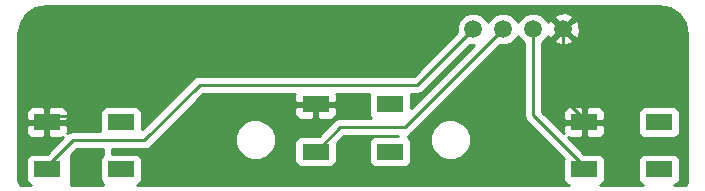
<source format=gtl>
G04 (created by PCBNEW (2013-jul-07)-stable) date Wed 26 Aug 2015 08:58:33 PM EDT*
%MOIN*%
G04 Gerber Fmt 3.4, Leading zero omitted, Abs format*
%FSLAX34Y34*%
G01*
G70*
G90*
G04 APERTURE LIST*
%ADD10C,0.00590551*%
%ADD11C,0.0590551*%
%ADD12R,0.0906X0.0551*%
%ADD13C,0.035*%
%ADD14C,0.01*%
G04 APERTURE END LIST*
G54D10*
G54D11*
X107165Y-47090D03*
X109165Y-47090D03*
X108165Y-47090D03*
X110165Y-47090D03*
G54D12*
X92952Y-50196D03*
X95432Y-51771D03*
X95432Y-50197D03*
X92952Y-51771D03*
X101909Y-49605D03*
X104389Y-51180D03*
X104389Y-49606D03*
X101909Y-51180D03*
X110866Y-50196D03*
X113346Y-51771D03*
X113346Y-50197D03*
X110866Y-51771D03*
G54D13*
X96700Y-49400D03*
X100000Y-49600D03*
G54D14*
X107165Y-47090D02*
X107159Y-47090D01*
X93825Y-50800D02*
X93051Y-51574D01*
X96200Y-50800D02*
X93825Y-50800D01*
X98050Y-48950D02*
X96200Y-50800D01*
X105300Y-48950D02*
X98050Y-48950D01*
X107159Y-47090D02*
X105300Y-48950D01*
X93051Y-49999D02*
X94050Y-49999D01*
X94650Y-49400D02*
X96700Y-49400D01*
X94050Y-49999D02*
X94650Y-49400D01*
X101909Y-49605D02*
X100005Y-49605D01*
X100005Y-49605D02*
X100000Y-49600D01*
X110165Y-47090D02*
X110165Y-49396D01*
X110165Y-49396D02*
X110767Y-49999D01*
X110165Y-47090D02*
X110165Y-47452D01*
X108165Y-47090D02*
X108159Y-47090D01*
X102740Y-50350D02*
X101909Y-51180D01*
X104900Y-50350D02*
X102740Y-50350D01*
X108159Y-47090D02*
X104900Y-50350D01*
X109165Y-47090D02*
X109165Y-49971D01*
X109165Y-49971D02*
X110767Y-51574D01*
G54D10*
G36*
X110345Y-52289D02*
X107080Y-52289D01*
X107080Y-50652D01*
X106977Y-50400D01*
X106785Y-50208D01*
X106534Y-50104D01*
X106262Y-50104D01*
X106011Y-50207D01*
X105818Y-50399D01*
X105714Y-50650D01*
X105714Y-50922D01*
X105818Y-51173D01*
X106010Y-51366D01*
X106261Y-51470D01*
X106532Y-51470D01*
X106784Y-51366D01*
X106976Y-51174D01*
X107080Y-50923D01*
X107080Y-50652D01*
X107080Y-52289D01*
X100584Y-52289D01*
X100584Y-50652D01*
X100480Y-50400D01*
X100289Y-50208D01*
X100038Y-50104D01*
X99766Y-50104D01*
X99515Y-50207D01*
X99322Y-50399D01*
X99218Y-50650D01*
X99218Y-50922D01*
X99322Y-51173D01*
X99514Y-51366D01*
X99765Y-51470D01*
X100036Y-51470D01*
X100287Y-51366D01*
X100480Y-51174D01*
X100584Y-50923D01*
X100584Y-50652D01*
X100584Y-52289D01*
X95953Y-52289D01*
X96027Y-52258D01*
X96097Y-52188D01*
X96135Y-52096D01*
X96135Y-51997D01*
X96135Y-51446D01*
X96097Y-51354D01*
X96027Y-51283D01*
X95935Y-51245D01*
X95836Y-51245D01*
X95131Y-51245D01*
X95131Y-51100D01*
X96200Y-51100D01*
X96200Y-51099D01*
X96314Y-51077D01*
X96314Y-51077D01*
X96412Y-51012D01*
X98174Y-49250D01*
X101219Y-49250D01*
X101206Y-49280D01*
X101206Y-49379D01*
X101206Y-49493D01*
X101269Y-49555D01*
X101859Y-49555D01*
X101859Y-49547D01*
X101959Y-49547D01*
X101959Y-49555D01*
X102550Y-49555D01*
X102612Y-49493D01*
X102612Y-49379D01*
X102612Y-49280D01*
X102599Y-49250D01*
X103699Y-49250D01*
X103686Y-49281D01*
X103686Y-49380D01*
X103686Y-49931D01*
X103724Y-50023D01*
X103750Y-50050D01*
X102740Y-50050D01*
X102625Y-50072D01*
X102612Y-50081D01*
X102612Y-49831D01*
X102612Y-49718D01*
X102550Y-49655D01*
X101959Y-49655D01*
X101959Y-50068D01*
X102022Y-50131D01*
X102412Y-50131D01*
X102504Y-50093D01*
X102574Y-50022D01*
X102612Y-49931D01*
X102612Y-49831D01*
X102612Y-50081D01*
X102528Y-50137D01*
X102010Y-50655D01*
X101859Y-50655D01*
X101859Y-50068D01*
X101859Y-49655D01*
X101269Y-49655D01*
X101206Y-49718D01*
X101206Y-49831D01*
X101206Y-49931D01*
X101244Y-50022D01*
X101315Y-50093D01*
X101407Y-50131D01*
X101797Y-50131D01*
X101859Y-50068D01*
X101859Y-50655D01*
X101407Y-50655D01*
X101315Y-50693D01*
X101244Y-50763D01*
X101206Y-50855D01*
X101206Y-50954D01*
X101206Y-51505D01*
X101244Y-51597D01*
X101314Y-51668D01*
X101406Y-51706D01*
X101506Y-51706D01*
X102412Y-51706D01*
X102504Y-51668D01*
X102574Y-51597D01*
X102612Y-51506D01*
X102612Y-51406D01*
X102612Y-50901D01*
X102864Y-50650D01*
X104671Y-50650D01*
X104671Y-50655D01*
X103887Y-50655D01*
X103795Y-50693D01*
X103724Y-50763D01*
X103686Y-50855D01*
X103686Y-50954D01*
X103686Y-51505D01*
X103724Y-51597D01*
X103794Y-51668D01*
X103886Y-51706D01*
X103986Y-51706D01*
X104892Y-51706D01*
X104984Y-51668D01*
X105054Y-51597D01*
X105092Y-51506D01*
X105092Y-51406D01*
X105092Y-50855D01*
X105054Y-50763D01*
X104984Y-50693D01*
X104977Y-50690D01*
X105094Y-50573D01*
X105112Y-50562D01*
X108043Y-47630D01*
X108056Y-47635D01*
X108273Y-47635D01*
X108473Y-47553D01*
X108627Y-47399D01*
X108665Y-47308D01*
X108702Y-47399D01*
X108856Y-47552D01*
X108865Y-47556D01*
X108865Y-49971D01*
X108888Y-50086D01*
X108953Y-50184D01*
X110178Y-51409D01*
X110163Y-51445D01*
X110163Y-51545D01*
X110163Y-52096D01*
X110201Y-52188D01*
X110271Y-52258D01*
X110345Y-52289D01*
X110345Y-52289D01*
G37*
G54D14*
X110345Y-52289D02*
X107080Y-52289D01*
X107080Y-50652D01*
X106977Y-50400D01*
X106785Y-50208D01*
X106534Y-50104D01*
X106262Y-50104D01*
X106011Y-50207D01*
X105818Y-50399D01*
X105714Y-50650D01*
X105714Y-50922D01*
X105818Y-51173D01*
X106010Y-51366D01*
X106261Y-51470D01*
X106532Y-51470D01*
X106784Y-51366D01*
X106976Y-51174D01*
X107080Y-50923D01*
X107080Y-50652D01*
X107080Y-52289D01*
X100584Y-52289D01*
X100584Y-50652D01*
X100480Y-50400D01*
X100289Y-50208D01*
X100038Y-50104D01*
X99766Y-50104D01*
X99515Y-50207D01*
X99322Y-50399D01*
X99218Y-50650D01*
X99218Y-50922D01*
X99322Y-51173D01*
X99514Y-51366D01*
X99765Y-51470D01*
X100036Y-51470D01*
X100287Y-51366D01*
X100480Y-51174D01*
X100584Y-50923D01*
X100584Y-50652D01*
X100584Y-52289D01*
X95953Y-52289D01*
X96027Y-52258D01*
X96097Y-52188D01*
X96135Y-52096D01*
X96135Y-51997D01*
X96135Y-51446D01*
X96097Y-51354D01*
X96027Y-51283D01*
X95935Y-51245D01*
X95836Y-51245D01*
X95131Y-51245D01*
X95131Y-51100D01*
X96200Y-51100D01*
X96200Y-51099D01*
X96314Y-51077D01*
X96314Y-51077D01*
X96412Y-51012D01*
X98174Y-49250D01*
X101219Y-49250D01*
X101206Y-49280D01*
X101206Y-49379D01*
X101206Y-49493D01*
X101269Y-49555D01*
X101859Y-49555D01*
X101859Y-49547D01*
X101959Y-49547D01*
X101959Y-49555D01*
X102550Y-49555D01*
X102612Y-49493D01*
X102612Y-49379D01*
X102612Y-49280D01*
X102599Y-49250D01*
X103699Y-49250D01*
X103686Y-49281D01*
X103686Y-49380D01*
X103686Y-49931D01*
X103724Y-50023D01*
X103750Y-50050D01*
X102740Y-50050D01*
X102625Y-50072D01*
X102612Y-50081D01*
X102612Y-49831D01*
X102612Y-49718D01*
X102550Y-49655D01*
X101959Y-49655D01*
X101959Y-50068D01*
X102022Y-50131D01*
X102412Y-50131D01*
X102504Y-50093D01*
X102574Y-50022D01*
X102612Y-49931D01*
X102612Y-49831D01*
X102612Y-50081D01*
X102528Y-50137D01*
X102010Y-50655D01*
X101859Y-50655D01*
X101859Y-50068D01*
X101859Y-49655D01*
X101269Y-49655D01*
X101206Y-49718D01*
X101206Y-49831D01*
X101206Y-49931D01*
X101244Y-50022D01*
X101315Y-50093D01*
X101407Y-50131D01*
X101797Y-50131D01*
X101859Y-50068D01*
X101859Y-50655D01*
X101407Y-50655D01*
X101315Y-50693D01*
X101244Y-50763D01*
X101206Y-50855D01*
X101206Y-50954D01*
X101206Y-51505D01*
X101244Y-51597D01*
X101314Y-51668D01*
X101406Y-51706D01*
X101506Y-51706D01*
X102412Y-51706D01*
X102504Y-51668D01*
X102574Y-51597D01*
X102612Y-51506D01*
X102612Y-51406D01*
X102612Y-50901D01*
X102864Y-50650D01*
X104671Y-50650D01*
X104671Y-50655D01*
X103887Y-50655D01*
X103795Y-50693D01*
X103724Y-50763D01*
X103686Y-50855D01*
X103686Y-50954D01*
X103686Y-51505D01*
X103724Y-51597D01*
X103794Y-51668D01*
X103886Y-51706D01*
X103986Y-51706D01*
X104892Y-51706D01*
X104984Y-51668D01*
X105054Y-51597D01*
X105092Y-51506D01*
X105092Y-51406D01*
X105092Y-50855D01*
X105054Y-50763D01*
X104984Y-50693D01*
X104977Y-50690D01*
X105094Y-50573D01*
X105112Y-50562D01*
X108043Y-47630D01*
X108056Y-47635D01*
X108273Y-47635D01*
X108473Y-47553D01*
X108627Y-47399D01*
X108665Y-47308D01*
X108702Y-47399D01*
X108856Y-47552D01*
X108865Y-47556D01*
X108865Y-49971D01*
X108888Y-50086D01*
X108953Y-50184D01*
X110178Y-51409D01*
X110163Y-51445D01*
X110163Y-51545D01*
X110163Y-52096D01*
X110201Y-52188D01*
X110271Y-52258D01*
X110345Y-52289D01*
G54D10*
G36*
X114297Y-52138D02*
X114282Y-52210D01*
X114256Y-52249D01*
X114218Y-52275D01*
X114146Y-52289D01*
X113866Y-52289D01*
X113940Y-52258D01*
X114011Y-52188D01*
X114049Y-52096D01*
X114049Y-51997D01*
X114049Y-51446D01*
X114049Y-50423D01*
X114049Y-49872D01*
X114011Y-49780D01*
X113941Y-49709D01*
X113849Y-49671D01*
X113749Y-49671D01*
X112843Y-49671D01*
X112751Y-49709D01*
X112681Y-49779D01*
X112643Y-49871D01*
X112643Y-49971D01*
X112643Y-50522D01*
X112681Y-50614D01*
X112751Y-50684D01*
X112843Y-50722D01*
X112942Y-50722D01*
X113848Y-50722D01*
X113940Y-50684D01*
X114011Y-50614D01*
X114049Y-50522D01*
X114049Y-50423D01*
X114049Y-51446D01*
X114011Y-51354D01*
X113941Y-51283D01*
X113849Y-51245D01*
X113749Y-51245D01*
X112843Y-51245D01*
X112751Y-51283D01*
X112681Y-51353D01*
X112643Y-51445D01*
X112643Y-51545D01*
X112643Y-52096D01*
X112681Y-52188D01*
X112751Y-52258D01*
X112825Y-52289D01*
X111386Y-52289D01*
X111460Y-52258D01*
X111531Y-52188D01*
X111569Y-52096D01*
X111569Y-51997D01*
X111569Y-51446D01*
X111569Y-50422D01*
X111569Y-49970D01*
X111569Y-49870D01*
X111531Y-49778D01*
X111460Y-49708D01*
X111368Y-49670D01*
X110978Y-49670D01*
X110916Y-49733D01*
X110916Y-50146D01*
X111506Y-50146D01*
X111569Y-50083D01*
X111569Y-49970D01*
X111569Y-50422D01*
X111569Y-50308D01*
X111506Y-50246D01*
X110916Y-50246D01*
X110916Y-50659D01*
X110978Y-50721D01*
X111368Y-50721D01*
X111460Y-50683D01*
X111531Y-50613D01*
X111569Y-50521D01*
X111569Y-50422D01*
X111569Y-51446D01*
X111531Y-51354D01*
X111461Y-51283D01*
X111369Y-51245D01*
X111269Y-51245D01*
X110863Y-51245D01*
X110322Y-50704D01*
X110363Y-50721D01*
X110753Y-50721D01*
X110816Y-50659D01*
X110816Y-50246D01*
X110816Y-50146D01*
X110816Y-49733D01*
X110753Y-49670D01*
X110715Y-49670D01*
X110715Y-47171D01*
X110704Y-46954D01*
X110642Y-46805D01*
X110547Y-46778D01*
X110477Y-46849D01*
X110477Y-46708D01*
X110450Y-46613D01*
X110245Y-46540D01*
X110029Y-46551D01*
X109880Y-46613D01*
X109853Y-46708D01*
X110165Y-47019D01*
X110477Y-46708D01*
X110477Y-46849D01*
X110236Y-47090D01*
X110547Y-47402D01*
X110642Y-47375D01*
X110715Y-47171D01*
X110715Y-49670D01*
X110477Y-49670D01*
X110477Y-47473D01*
X110165Y-47161D01*
X109853Y-47473D01*
X109880Y-47567D01*
X110084Y-47640D01*
X110301Y-47629D01*
X110450Y-47567D01*
X110477Y-47473D01*
X110477Y-49670D01*
X110363Y-49670D01*
X110271Y-49708D01*
X110201Y-49778D01*
X110163Y-49870D01*
X110163Y-49970D01*
X110163Y-50083D01*
X110225Y-50146D01*
X110816Y-50146D01*
X110816Y-50246D01*
X110225Y-50246D01*
X110163Y-50308D01*
X110163Y-50422D01*
X110163Y-50521D01*
X110180Y-50562D01*
X109465Y-49847D01*
X109465Y-47556D01*
X109473Y-47553D01*
X109627Y-47399D01*
X109662Y-47314D01*
X109688Y-47375D01*
X109782Y-47402D01*
X110094Y-47090D01*
X109782Y-46778D01*
X109688Y-46805D01*
X109664Y-46871D01*
X109627Y-46782D01*
X109474Y-46628D01*
X109274Y-46545D01*
X109057Y-46545D01*
X108856Y-46628D01*
X108703Y-46781D01*
X108665Y-46872D01*
X108627Y-46782D01*
X108474Y-46628D01*
X108274Y-46545D01*
X108057Y-46545D01*
X107856Y-46628D01*
X107703Y-46781D01*
X107665Y-46872D01*
X107627Y-46782D01*
X107474Y-46628D01*
X107274Y-46545D01*
X107057Y-46545D01*
X106856Y-46628D01*
X106703Y-46781D01*
X106620Y-46981D01*
X106619Y-47198D01*
X106622Y-47203D01*
X105175Y-48650D01*
X98050Y-48650D01*
X97935Y-48672D01*
X97837Y-48737D01*
X96135Y-50439D01*
X96135Y-50423D01*
X96135Y-49872D01*
X96097Y-49780D01*
X96027Y-49709D01*
X95935Y-49671D01*
X95836Y-49671D01*
X94930Y-49671D01*
X94838Y-49709D01*
X94768Y-49779D01*
X94729Y-49871D01*
X94729Y-49971D01*
X94729Y-50500D01*
X93825Y-50500D01*
X93710Y-50522D01*
X93634Y-50574D01*
X93655Y-50521D01*
X93655Y-50422D01*
X93655Y-49970D01*
X93655Y-49870D01*
X93617Y-49778D01*
X93547Y-49708D01*
X93455Y-49670D01*
X93065Y-49670D01*
X93002Y-49733D01*
X93002Y-50146D01*
X93593Y-50146D01*
X93655Y-50083D01*
X93655Y-49970D01*
X93655Y-50422D01*
X93655Y-50308D01*
X93593Y-50246D01*
X93002Y-50246D01*
X93002Y-50659D01*
X93065Y-50721D01*
X93455Y-50721D01*
X93496Y-50704D01*
X92955Y-51245D01*
X92902Y-51245D01*
X92902Y-50659D01*
X92902Y-50246D01*
X92902Y-50146D01*
X92902Y-49733D01*
X92840Y-49670D01*
X92450Y-49670D01*
X92358Y-49708D01*
X92288Y-49778D01*
X92249Y-49870D01*
X92249Y-49970D01*
X92249Y-50083D01*
X92312Y-50146D01*
X92902Y-50146D01*
X92902Y-50246D01*
X92312Y-50246D01*
X92249Y-50308D01*
X92249Y-50422D01*
X92249Y-50521D01*
X92288Y-50613D01*
X92358Y-50683D01*
X92450Y-50721D01*
X92840Y-50721D01*
X92902Y-50659D01*
X92902Y-51245D01*
X92450Y-51245D01*
X92358Y-51283D01*
X92288Y-51353D01*
X92249Y-51445D01*
X92249Y-51545D01*
X92249Y-52096D01*
X92287Y-52188D01*
X92358Y-52258D01*
X92432Y-52289D01*
X92153Y-52289D01*
X92080Y-52275D01*
X92041Y-52249D01*
X92016Y-52210D01*
X92001Y-52138D01*
X92001Y-47270D01*
X92075Y-46898D01*
X92273Y-46602D01*
X92565Y-46407D01*
X92941Y-46332D01*
X113359Y-46332D01*
X113731Y-46406D01*
X114027Y-46604D01*
X114222Y-46896D01*
X114297Y-47272D01*
X114297Y-52138D01*
X114297Y-52138D01*
G37*
G54D14*
X114297Y-52138D02*
X114282Y-52210D01*
X114256Y-52249D01*
X114218Y-52275D01*
X114146Y-52289D01*
X113866Y-52289D01*
X113940Y-52258D01*
X114011Y-52188D01*
X114049Y-52096D01*
X114049Y-51997D01*
X114049Y-51446D01*
X114049Y-50423D01*
X114049Y-49872D01*
X114011Y-49780D01*
X113941Y-49709D01*
X113849Y-49671D01*
X113749Y-49671D01*
X112843Y-49671D01*
X112751Y-49709D01*
X112681Y-49779D01*
X112643Y-49871D01*
X112643Y-49971D01*
X112643Y-50522D01*
X112681Y-50614D01*
X112751Y-50684D01*
X112843Y-50722D01*
X112942Y-50722D01*
X113848Y-50722D01*
X113940Y-50684D01*
X114011Y-50614D01*
X114049Y-50522D01*
X114049Y-50423D01*
X114049Y-51446D01*
X114011Y-51354D01*
X113941Y-51283D01*
X113849Y-51245D01*
X113749Y-51245D01*
X112843Y-51245D01*
X112751Y-51283D01*
X112681Y-51353D01*
X112643Y-51445D01*
X112643Y-51545D01*
X112643Y-52096D01*
X112681Y-52188D01*
X112751Y-52258D01*
X112825Y-52289D01*
X111386Y-52289D01*
X111460Y-52258D01*
X111531Y-52188D01*
X111569Y-52096D01*
X111569Y-51997D01*
X111569Y-51446D01*
X111569Y-50422D01*
X111569Y-49970D01*
X111569Y-49870D01*
X111531Y-49778D01*
X111460Y-49708D01*
X111368Y-49670D01*
X110978Y-49670D01*
X110916Y-49733D01*
X110916Y-50146D01*
X111506Y-50146D01*
X111569Y-50083D01*
X111569Y-49970D01*
X111569Y-50422D01*
X111569Y-50308D01*
X111506Y-50246D01*
X110916Y-50246D01*
X110916Y-50659D01*
X110978Y-50721D01*
X111368Y-50721D01*
X111460Y-50683D01*
X111531Y-50613D01*
X111569Y-50521D01*
X111569Y-50422D01*
X111569Y-51446D01*
X111531Y-51354D01*
X111461Y-51283D01*
X111369Y-51245D01*
X111269Y-51245D01*
X110863Y-51245D01*
X110322Y-50704D01*
X110363Y-50721D01*
X110753Y-50721D01*
X110816Y-50659D01*
X110816Y-50246D01*
X110816Y-50146D01*
X110816Y-49733D01*
X110753Y-49670D01*
X110715Y-49670D01*
X110715Y-47171D01*
X110704Y-46954D01*
X110642Y-46805D01*
X110547Y-46778D01*
X110477Y-46849D01*
X110477Y-46708D01*
X110450Y-46613D01*
X110245Y-46540D01*
X110029Y-46551D01*
X109880Y-46613D01*
X109853Y-46708D01*
X110165Y-47019D01*
X110477Y-46708D01*
X110477Y-46849D01*
X110236Y-47090D01*
X110547Y-47402D01*
X110642Y-47375D01*
X110715Y-47171D01*
X110715Y-49670D01*
X110477Y-49670D01*
X110477Y-47473D01*
X110165Y-47161D01*
X109853Y-47473D01*
X109880Y-47567D01*
X110084Y-47640D01*
X110301Y-47629D01*
X110450Y-47567D01*
X110477Y-47473D01*
X110477Y-49670D01*
X110363Y-49670D01*
X110271Y-49708D01*
X110201Y-49778D01*
X110163Y-49870D01*
X110163Y-49970D01*
X110163Y-50083D01*
X110225Y-50146D01*
X110816Y-50146D01*
X110816Y-50246D01*
X110225Y-50246D01*
X110163Y-50308D01*
X110163Y-50422D01*
X110163Y-50521D01*
X110180Y-50562D01*
X109465Y-49847D01*
X109465Y-47556D01*
X109473Y-47553D01*
X109627Y-47399D01*
X109662Y-47314D01*
X109688Y-47375D01*
X109782Y-47402D01*
X110094Y-47090D01*
X109782Y-46778D01*
X109688Y-46805D01*
X109664Y-46871D01*
X109627Y-46782D01*
X109474Y-46628D01*
X109274Y-46545D01*
X109057Y-46545D01*
X108856Y-46628D01*
X108703Y-46781D01*
X108665Y-46872D01*
X108627Y-46782D01*
X108474Y-46628D01*
X108274Y-46545D01*
X108057Y-46545D01*
X107856Y-46628D01*
X107703Y-46781D01*
X107665Y-46872D01*
X107627Y-46782D01*
X107474Y-46628D01*
X107274Y-46545D01*
X107057Y-46545D01*
X106856Y-46628D01*
X106703Y-46781D01*
X106620Y-46981D01*
X106619Y-47198D01*
X106622Y-47203D01*
X105175Y-48650D01*
X98050Y-48650D01*
X97935Y-48672D01*
X97837Y-48737D01*
X96135Y-50439D01*
X96135Y-50423D01*
X96135Y-49872D01*
X96097Y-49780D01*
X96027Y-49709D01*
X95935Y-49671D01*
X95836Y-49671D01*
X94930Y-49671D01*
X94838Y-49709D01*
X94768Y-49779D01*
X94729Y-49871D01*
X94729Y-49971D01*
X94729Y-50500D01*
X93825Y-50500D01*
X93710Y-50522D01*
X93634Y-50574D01*
X93655Y-50521D01*
X93655Y-50422D01*
X93655Y-49970D01*
X93655Y-49870D01*
X93617Y-49778D01*
X93547Y-49708D01*
X93455Y-49670D01*
X93065Y-49670D01*
X93002Y-49733D01*
X93002Y-50146D01*
X93593Y-50146D01*
X93655Y-50083D01*
X93655Y-49970D01*
X93655Y-50422D01*
X93655Y-50308D01*
X93593Y-50246D01*
X93002Y-50246D01*
X93002Y-50659D01*
X93065Y-50721D01*
X93455Y-50721D01*
X93496Y-50704D01*
X92955Y-51245D01*
X92902Y-51245D01*
X92902Y-50659D01*
X92902Y-50246D01*
X92902Y-50146D01*
X92902Y-49733D01*
X92840Y-49670D01*
X92450Y-49670D01*
X92358Y-49708D01*
X92288Y-49778D01*
X92249Y-49870D01*
X92249Y-49970D01*
X92249Y-50083D01*
X92312Y-50146D01*
X92902Y-50146D01*
X92902Y-50246D01*
X92312Y-50246D01*
X92249Y-50308D01*
X92249Y-50422D01*
X92249Y-50521D01*
X92288Y-50613D01*
X92358Y-50683D01*
X92450Y-50721D01*
X92840Y-50721D01*
X92902Y-50659D01*
X92902Y-51245D01*
X92450Y-51245D01*
X92358Y-51283D01*
X92288Y-51353D01*
X92249Y-51445D01*
X92249Y-51545D01*
X92249Y-52096D01*
X92287Y-52188D01*
X92358Y-52258D01*
X92432Y-52289D01*
X92153Y-52289D01*
X92080Y-52275D01*
X92041Y-52249D01*
X92016Y-52210D01*
X92001Y-52138D01*
X92001Y-47270D01*
X92075Y-46898D01*
X92273Y-46602D01*
X92565Y-46407D01*
X92941Y-46332D01*
X113359Y-46332D01*
X113731Y-46406D01*
X114027Y-46604D01*
X114222Y-46896D01*
X114297Y-47272D01*
X114297Y-52138D01*
G54D10*
G36*
X94831Y-52289D02*
X93750Y-52289D01*
X93750Y-51299D01*
X93950Y-51100D01*
X94831Y-51100D01*
X94831Y-51290D01*
X94768Y-51353D01*
X94729Y-51445D01*
X94729Y-51545D01*
X94729Y-51997D01*
X94729Y-52096D01*
X94729Y-52096D01*
X94729Y-52096D01*
X94748Y-52142D01*
X94767Y-52188D01*
X94768Y-52188D01*
X94768Y-52188D01*
X94803Y-52223D01*
X94831Y-52252D01*
X94831Y-52289D01*
X94831Y-52289D01*
G37*
G54D14*
X94831Y-52289D02*
X93750Y-52289D01*
X93750Y-51299D01*
X93950Y-51100D01*
X94831Y-51100D01*
X94831Y-51290D01*
X94768Y-51353D01*
X94729Y-51445D01*
X94729Y-51545D01*
X94729Y-51997D01*
X94729Y-52096D01*
X94729Y-52096D01*
X94729Y-52096D01*
X94748Y-52142D01*
X94767Y-52188D01*
X94768Y-52188D01*
X94768Y-52188D01*
X94803Y-52223D01*
X94831Y-52252D01*
X94831Y-52289D01*
G54D10*
G36*
X107189Y-47635D02*
X105092Y-49733D01*
X105092Y-49380D01*
X105092Y-49281D01*
X105092Y-49281D01*
X105092Y-49281D01*
X105079Y-49250D01*
X105300Y-49250D01*
X105300Y-49249D01*
X105414Y-49227D01*
X105414Y-49227D01*
X105512Y-49162D01*
X107043Y-47630D01*
X107056Y-47635D01*
X107189Y-47635D01*
X107189Y-47635D01*
G37*
G54D14*
X107189Y-47635D02*
X105092Y-49733D01*
X105092Y-49380D01*
X105092Y-49281D01*
X105092Y-49281D01*
X105092Y-49281D01*
X105079Y-49250D01*
X105300Y-49250D01*
X105300Y-49249D01*
X105414Y-49227D01*
X105414Y-49227D01*
X105512Y-49162D01*
X107043Y-47630D01*
X107056Y-47635D01*
X107189Y-47635D01*
M02*

</source>
